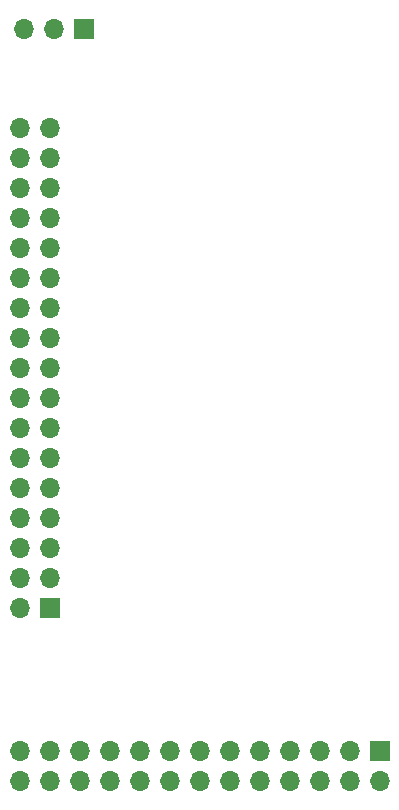
<source format=gbr>
%TF.GenerationSoftware,KiCad,Pcbnew,(5.1.7)-1*%
%TF.CreationDate,2021-07-10T10:13:49+01:00*%
%TF.ProjectId,Apricot-Floppy-Converter,41707269-636f-4742-9d46-6c6f7070792d,rev?*%
%TF.SameCoordinates,Original*%
%TF.FileFunction,Soldermask,Top*%
%TF.FilePolarity,Negative*%
%FSLAX46Y46*%
G04 Gerber Fmt 4.6, Leading zero omitted, Abs format (unit mm)*
G04 Created by KiCad (PCBNEW (5.1.7)-1) date 2021-07-10 10:13:49*
%MOMM*%
%LPD*%
G01*
G04 APERTURE LIST*
%ADD10O,1.700000X1.700000*%
%ADD11R,1.700000X1.700000*%
G04 APERTURE END LIST*
D10*
%TO.C,J3*%
X137732000Y-79184500D03*
X140272000Y-79184500D03*
D11*
X142812000Y-79184500D03*
%TD*%
D10*
%TO.C,J2*%
X137350000Y-87566000D03*
X139890000Y-87566000D03*
X137350000Y-90106000D03*
X139890000Y-90106000D03*
X137350000Y-92646000D03*
X139890000Y-92646000D03*
X137350000Y-95186000D03*
X139890000Y-95186000D03*
X137350000Y-97726000D03*
X139890000Y-97726000D03*
X137350000Y-100266000D03*
X139890000Y-100266000D03*
X137350000Y-102806000D03*
X139890000Y-102806000D03*
X137350000Y-105346000D03*
X139890000Y-105346000D03*
X137350000Y-107886000D03*
X139890000Y-107886000D03*
X137350000Y-110426000D03*
X139890000Y-110426000D03*
X137350000Y-112966000D03*
X139890000Y-112966000D03*
X137350000Y-115506000D03*
X139890000Y-115506000D03*
X137350000Y-118046000D03*
X139890000Y-118046000D03*
X137350000Y-120586000D03*
X139890000Y-120586000D03*
X137350000Y-123126000D03*
X139890000Y-123126000D03*
X137350000Y-125666000D03*
X139890000Y-125666000D03*
X137350000Y-128206000D03*
D11*
X139890000Y-128206000D03*
%TD*%
D10*
%TO.C,J1*%
X137350000Y-142812000D03*
X137350000Y-140272000D03*
X139890000Y-142812000D03*
X139890000Y-140272000D03*
X142430000Y-142812000D03*
X142430000Y-140272000D03*
X144970000Y-142812000D03*
X144970000Y-140272000D03*
X147510000Y-142812000D03*
X147510000Y-140272000D03*
X150050000Y-142812000D03*
X150050000Y-140272000D03*
X152590000Y-142812000D03*
X152590000Y-140272000D03*
X155130000Y-142812000D03*
X155130000Y-140272000D03*
X157670000Y-142812000D03*
X157670000Y-140272000D03*
X160210000Y-142812000D03*
X160210000Y-140272000D03*
X162750000Y-142812000D03*
X162750000Y-140272000D03*
X165290000Y-142812000D03*
X165290000Y-140272000D03*
X167830000Y-142812000D03*
D11*
X167830000Y-140272000D03*
%TD*%
M02*

</source>
